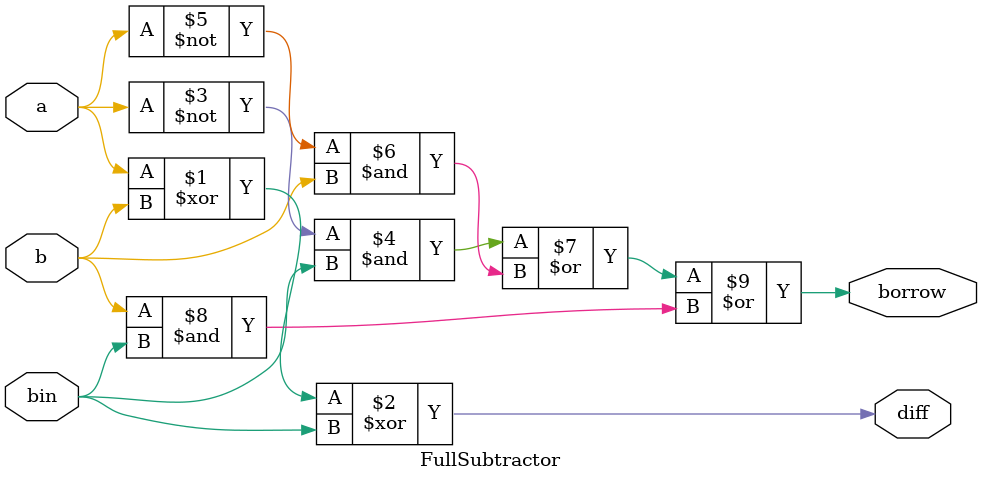
<source format=v>
module FullSubtractor
(
   input wire a,b,bin,
   output wire diff,borrow
);

assign diff=a^b^bin;
assign borrow=(~a&bin)|(~a&b)|(b&bin);
endmodule

</source>
